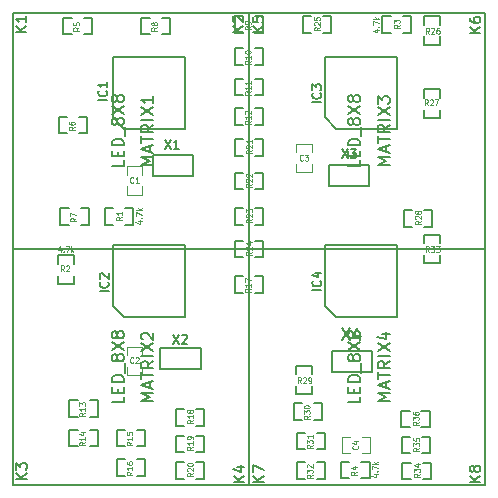
<source format=gto>
G04 (created by PCBNEW (2013-jul-07)-stable) date Tue 07 Apr 2015 07:11:59 PM PDT*
%MOIN*%
G04 Gerber Fmt 3.4, Leading zero omitted, Abs format*
%FSLAX34Y34*%
G01*
G70*
G90*
G04 APERTURE LIST*
%ADD10C,0.00590551*%
%ADD11C,0.008*%
%ADD12C,0.0047*%
%ADD13C,0.006*%
%ADD14C,0.005*%
%ADD15C,0.0045*%
G04 APERTURE END LIST*
G54D10*
G54D11*
X35266Y-35318D02*
X34916Y-35318D01*
X35266Y-35118D02*
X35066Y-35268D01*
X34916Y-35118D02*
X35116Y-35318D01*
X35066Y-34918D02*
X35050Y-34951D01*
X35033Y-34968D01*
X35000Y-34985D01*
X34983Y-34985D01*
X34950Y-34968D01*
X34933Y-34951D01*
X34916Y-34918D01*
X34916Y-34851D01*
X34933Y-34818D01*
X34950Y-34801D01*
X34983Y-34785D01*
X35000Y-34785D01*
X35033Y-34801D01*
X35050Y-34818D01*
X35066Y-34851D01*
X35066Y-34918D01*
X35083Y-34951D01*
X35100Y-34968D01*
X35133Y-34985D01*
X35200Y-34985D01*
X35233Y-34968D01*
X35250Y-34951D01*
X35266Y-34918D01*
X35266Y-34851D01*
X35250Y-34818D01*
X35233Y-34801D01*
X35200Y-34785D01*
X35133Y-34785D01*
X35100Y-34801D01*
X35083Y-34818D01*
X35066Y-34851D01*
X28046Y-35308D02*
X27696Y-35308D01*
X28046Y-35108D02*
X27846Y-35258D01*
X27696Y-35108D02*
X27896Y-35308D01*
X27696Y-34991D02*
X27696Y-34758D01*
X28046Y-34908D01*
X35276Y-20353D02*
X34926Y-20353D01*
X35276Y-20153D02*
X35076Y-20303D01*
X34926Y-20153D02*
X35126Y-20353D01*
X34926Y-19853D02*
X34926Y-19920D01*
X34943Y-19953D01*
X34960Y-19970D01*
X35010Y-20003D01*
X35076Y-20020D01*
X35210Y-20020D01*
X35243Y-20003D01*
X35260Y-19986D01*
X35276Y-19953D01*
X35276Y-19886D01*
X35260Y-19853D01*
X35243Y-19836D01*
X35210Y-19820D01*
X35126Y-19820D01*
X35093Y-19836D01*
X35076Y-19853D01*
X35060Y-19886D01*
X35060Y-19953D01*
X35076Y-19986D01*
X35093Y-20003D01*
X35126Y-20020D01*
X28041Y-20333D02*
X27691Y-20333D01*
X28041Y-20133D02*
X27841Y-20283D01*
X27691Y-20133D02*
X27891Y-20333D01*
X27691Y-19816D02*
X27691Y-19983D01*
X27858Y-20000D01*
X27841Y-19983D01*
X27825Y-19950D01*
X27825Y-19866D01*
X27841Y-19833D01*
X27858Y-19816D01*
X27891Y-19800D01*
X27975Y-19800D01*
X28008Y-19816D01*
X28025Y-19833D01*
X28041Y-19866D01*
X28041Y-19950D01*
X28025Y-19983D01*
X28008Y-20000D01*
X27406Y-35308D02*
X27056Y-35308D01*
X27406Y-35108D02*
X27206Y-35258D01*
X27056Y-35108D02*
X27256Y-35308D01*
X27173Y-34808D02*
X27406Y-34808D01*
X27040Y-34891D02*
X27290Y-34975D01*
X27290Y-34758D01*
X20146Y-35238D02*
X19796Y-35238D01*
X20146Y-35038D02*
X19946Y-35188D01*
X19796Y-35038D02*
X19996Y-35238D01*
X19796Y-34921D02*
X19796Y-34705D01*
X19930Y-34821D01*
X19930Y-34771D01*
X19946Y-34738D01*
X19963Y-34721D01*
X19996Y-34705D01*
X20080Y-34705D01*
X20113Y-34721D01*
X20130Y-34738D01*
X20146Y-34771D01*
X20146Y-34871D01*
X20130Y-34905D01*
X20113Y-34921D01*
X27371Y-20318D02*
X27021Y-20318D01*
X27371Y-20118D02*
X27171Y-20268D01*
X27021Y-20118D02*
X27221Y-20318D01*
X27055Y-19985D02*
X27038Y-19968D01*
X27021Y-19935D01*
X27021Y-19851D01*
X27038Y-19818D01*
X27055Y-19801D01*
X27088Y-19785D01*
X27121Y-19785D01*
X27171Y-19801D01*
X27371Y-20001D01*
X27371Y-19785D01*
X20141Y-20328D02*
X19791Y-20328D01*
X20141Y-20128D02*
X19941Y-20278D01*
X19791Y-20128D02*
X19991Y-20328D01*
X20141Y-19795D02*
X20141Y-19995D01*
X20141Y-19895D02*
X19791Y-19895D01*
X19841Y-19928D01*
X19875Y-19961D01*
X19891Y-19995D01*
G54D12*
X23484Y-25472D02*
X23484Y-25747D01*
X23484Y-25078D02*
X23484Y-24803D01*
X23996Y-25472D02*
X23996Y-25747D01*
X23996Y-24803D02*
X23996Y-25078D01*
X23990Y-25747D02*
X23490Y-25747D01*
X23490Y-24803D02*
X23990Y-24803D01*
G54D11*
X24370Y-24409D02*
X25708Y-24409D01*
X25708Y-24409D02*
X25708Y-25117D01*
X25708Y-25117D02*
X24370Y-25117D01*
X24370Y-25117D02*
X24370Y-24409D01*
X24606Y-30866D02*
X25944Y-30866D01*
X25944Y-30866D02*
X25944Y-31574D01*
X25944Y-31574D02*
X24606Y-31574D01*
X24606Y-31574D02*
X24606Y-30866D01*
X30236Y-24764D02*
X31574Y-24764D01*
X31574Y-24764D02*
X31574Y-25472D01*
X31574Y-25472D02*
X30236Y-25472D01*
X30236Y-25472D02*
X30236Y-24764D01*
X30315Y-30945D02*
X31653Y-30945D01*
X31653Y-30945D02*
X31653Y-31653D01*
X31653Y-31653D02*
X30315Y-31653D01*
X30315Y-31653D02*
X30315Y-30945D01*
G54D12*
X23484Y-31496D02*
X23484Y-31771D01*
X23484Y-31102D02*
X23484Y-30827D01*
X23996Y-31496D02*
X23996Y-31771D01*
X23996Y-30827D02*
X23996Y-31102D01*
X23990Y-31771D02*
X23490Y-31771D01*
X23490Y-30827D02*
X23990Y-30827D01*
G54D13*
X23012Y-23167D02*
X23012Y-21517D01*
X23012Y-21517D02*
X23012Y-21142D01*
X23012Y-21142D02*
X25412Y-21142D01*
X25412Y-21142D02*
X25412Y-23542D01*
X25412Y-23542D02*
X23387Y-23542D01*
X23387Y-23542D02*
X23012Y-23167D01*
X23012Y-29466D02*
X23012Y-27816D01*
X23012Y-27816D02*
X23012Y-27441D01*
X23012Y-27441D02*
X25412Y-27441D01*
X25412Y-27441D02*
X25412Y-29841D01*
X25412Y-29841D02*
X23387Y-29841D01*
X23387Y-29841D02*
X23012Y-29466D01*
X30099Y-23167D02*
X30099Y-21517D01*
X30099Y-21517D02*
X30099Y-21142D01*
X30099Y-21142D02*
X32499Y-21142D01*
X32499Y-21142D02*
X32499Y-23542D01*
X32499Y-23542D02*
X30474Y-23542D01*
X30474Y-23542D02*
X30099Y-23167D01*
X30099Y-29466D02*
X30099Y-27816D01*
X30099Y-27816D02*
X30099Y-27441D01*
X30099Y-27441D02*
X32499Y-27441D01*
X32499Y-27441D02*
X32499Y-29841D01*
X32499Y-29841D02*
X30474Y-29841D01*
X30474Y-29841D02*
X30099Y-29466D01*
G54D12*
X29133Y-24724D02*
X29133Y-24999D01*
X29133Y-24330D02*
X29133Y-24055D01*
X29645Y-24724D02*
X29645Y-24999D01*
X29645Y-24055D02*
X29645Y-24330D01*
X29639Y-24999D02*
X29139Y-24999D01*
X29139Y-24055D02*
X29639Y-24055D01*
X31319Y-34350D02*
X31594Y-34350D01*
X30925Y-34350D02*
X30650Y-34350D01*
X31319Y-33838D02*
X31594Y-33838D01*
X30650Y-33838D02*
X30925Y-33838D01*
X31594Y-33844D02*
X31594Y-34344D01*
X30650Y-34344D02*
X30650Y-33844D01*
G54D14*
X32913Y-32953D02*
X32635Y-32953D01*
X32635Y-32953D02*
X32635Y-33503D01*
X32635Y-33503D02*
X32913Y-33503D01*
X33585Y-32953D02*
X33307Y-32953D01*
X33585Y-32953D02*
X33585Y-33503D01*
X33585Y-33503D02*
X33307Y-33503D01*
X32932Y-33819D02*
X32654Y-33819D01*
X32654Y-33819D02*
X32654Y-34369D01*
X32654Y-34369D02*
X32932Y-34369D01*
X33604Y-33819D02*
X33326Y-33819D01*
X33604Y-33819D02*
X33604Y-34369D01*
X33604Y-34369D02*
X33326Y-34369D01*
X32952Y-34685D02*
X32674Y-34685D01*
X32674Y-34685D02*
X32674Y-35235D01*
X32674Y-35235D02*
X32952Y-35235D01*
X33624Y-34685D02*
X33346Y-34685D01*
X33624Y-34685D02*
X33624Y-35235D01*
X33624Y-35235D02*
X33346Y-35235D01*
X33936Y-27362D02*
X33936Y-27084D01*
X33936Y-27084D02*
X33386Y-27084D01*
X33386Y-27084D02*
X33386Y-27362D01*
X33936Y-28034D02*
X33936Y-27756D01*
X33936Y-28034D02*
X33386Y-28034D01*
X33386Y-28034D02*
X33386Y-27756D01*
X29822Y-35215D02*
X30100Y-35215D01*
X30100Y-35215D02*
X30100Y-34665D01*
X30100Y-34665D02*
X29822Y-34665D01*
X29150Y-35215D02*
X29428Y-35215D01*
X29150Y-35215D02*
X29150Y-34665D01*
X29150Y-34665D02*
X29428Y-34665D01*
X29822Y-34231D02*
X30100Y-34231D01*
X30100Y-34231D02*
X30100Y-33681D01*
X30100Y-33681D02*
X29822Y-33681D01*
X29150Y-34231D02*
X29428Y-34231D01*
X29150Y-34231D02*
X29150Y-33681D01*
X29150Y-33681D02*
X29428Y-33681D01*
X29724Y-33247D02*
X30002Y-33247D01*
X30002Y-33247D02*
X30002Y-32697D01*
X30002Y-32697D02*
X29724Y-32697D01*
X29052Y-33247D02*
X29330Y-33247D01*
X29052Y-33247D02*
X29052Y-32697D01*
X29052Y-32697D02*
X29330Y-32697D01*
X29664Y-31732D02*
X29664Y-31454D01*
X29664Y-31454D02*
X29114Y-31454D01*
X29114Y-31454D02*
X29114Y-31732D01*
X29664Y-32404D02*
X29664Y-32126D01*
X29664Y-32404D02*
X29114Y-32404D01*
X29114Y-32404D02*
X29114Y-32126D01*
X32991Y-26260D02*
X32713Y-26260D01*
X32713Y-26260D02*
X32713Y-26810D01*
X32713Y-26810D02*
X32991Y-26810D01*
X33663Y-26260D02*
X33385Y-26260D01*
X33663Y-26260D02*
X33663Y-26810D01*
X33663Y-26810D02*
X33385Y-26810D01*
X33386Y-22913D02*
X33386Y-23191D01*
X33386Y-23191D02*
X33936Y-23191D01*
X33936Y-23191D02*
X33936Y-22913D01*
X33386Y-22241D02*
X33386Y-22519D01*
X33386Y-22241D02*
X33936Y-22241D01*
X33936Y-22241D02*
X33936Y-22519D01*
X33936Y-20078D02*
X33936Y-19800D01*
X33936Y-19800D02*
X33386Y-19800D01*
X33386Y-19800D02*
X33386Y-20078D01*
X33936Y-20750D02*
X33936Y-20472D01*
X33936Y-20750D02*
X33386Y-20750D01*
X33386Y-20750D02*
X33386Y-20472D01*
X29625Y-19803D02*
X29347Y-19803D01*
X29347Y-19803D02*
X29347Y-20353D01*
X29347Y-20353D02*
X29625Y-20353D01*
X30297Y-19803D02*
X30019Y-19803D01*
X30297Y-19803D02*
X30297Y-20353D01*
X30297Y-20353D02*
X30019Y-20353D01*
X27362Y-27284D02*
X27084Y-27284D01*
X27084Y-27284D02*
X27084Y-27834D01*
X27084Y-27834D02*
X27362Y-27834D01*
X28034Y-27284D02*
X27756Y-27284D01*
X28034Y-27284D02*
X28034Y-27834D01*
X28034Y-27834D02*
X27756Y-27834D01*
X27362Y-26201D02*
X27084Y-26201D01*
X27084Y-26201D02*
X27084Y-26751D01*
X27084Y-26751D02*
X27362Y-26751D01*
X28034Y-26201D02*
X27756Y-26201D01*
X28034Y-26201D02*
X28034Y-26751D01*
X28034Y-26751D02*
X27756Y-26751D01*
X27362Y-25020D02*
X27084Y-25020D01*
X27084Y-25020D02*
X27084Y-25570D01*
X27084Y-25570D02*
X27362Y-25570D01*
X28034Y-25020D02*
X27756Y-25020D01*
X28034Y-25020D02*
X28034Y-25570D01*
X28034Y-25570D02*
X27756Y-25570D01*
X27362Y-23898D02*
X27084Y-23898D01*
X27084Y-23898D02*
X27084Y-24448D01*
X27084Y-24448D02*
X27362Y-24448D01*
X28034Y-23898D02*
X27756Y-23898D01*
X28034Y-23898D02*
X28034Y-24448D01*
X28034Y-24448D02*
X27756Y-24448D01*
X25393Y-34665D02*
X25115Y-34665D01*
X25115Y-34665D02*
X25115Y-35215D01*
X25115Y-35215D02*
X25393Y-35215D01*
X26065Y-34665D02*
X25787Y-34665D01*
X26065Y-34665D02*
X26065Y-35215D01*
X26065Y-35215D02*
X25787Y-35215D01*
X25393Y-33780D02*
X25115Y-33780D01*
X25115Y-33780D02*
X25115Y-34330D01*
X25115Y-34330D02*
X25393Y-34330D01*
X26065Y-33780D02*
X25787Y-33780D01*
X26065Y-33780D02*
X26065Y-34330D01*
X26065Y-34330D02*
X25787Y-34330D01*
X25393Y-32894D02*
X25115Y-32894D01*
X25115Y-32894D02*
X25115Y-33444D01*
X25115Y-33444D02*
X25393Y-33444D01*
X26065Y-32894D02*
X25787Y-32894D01*
X26065Y-32894D02*
X26065Y-33444D01*
X26065Y-33444D02*
X25787Y-33444D01*
X27756Y-29015D02*
X28034Y-29015D01*
X28034Y-29015D02*
X28034Y-28465D01*
X28034Y-28465D02*
X27756Y-28465D01*
X27084Y-29015D02*
X27362Y-29015D01*
X27084Y-29015D02*
X27084Y-28465D01*
X27084Y-28465D02*
X27362Y-28465D01*
X23819Y-35117D02*
X24097Y-35117D01*
X24097Y-35117D02*
X24097Y-34567D01*
X24097Y-34567D02*
X23819Y-34567D01*
X23147Y-35117D02*
X23425Y-35117D01*
X23147Y-35117D02*
X23147Y-34567D01*
X23147Y-34567D02*
X23425Y-34567D01*
X23819Y-34133D02*
X24097Y-34133D01*
X24097Y-34133D02*
X24097Y-33583D01*
X24097Y-33583D02*
X23819Y-33583D01*
X23147Y-34133D02*
X23425Y-34133D01*
X23147Y-34133D02*
X23147Y-33583D01*
X23147Y-33583D02*
X23425Y-33583D01*
X22244Y-34133D02*
X22522Y-34133D01*
X22522Y-34133D02*
X22522Y-33583D01*
X22522Y-33583D02*
X22244Y-33583D01*
X21572Y-34133D02*
X21850Y-34133D01*
X21572Y-34133D02*
X21572Y-33583D01*
X21572Y-33583D02*
X21850Y-33583D01*
X22244Y-33149D02*
X22522Y-33149D01*
X22522Y-33149D02*
X22522Y-32599D01*
X22522Y-32599D02*
X22244Y-32599D01*
X21572Y-33149D02*
X21850Y-33149D01*
X21572Y-33149D02*
X21572Y-32599D01*
X21572Y-32599D02*
X21850Y-32599D01*
X27756Y-23424D02*
X28034Y-23424D01*
X28034Y-23424D02*
X28034Y-22874D01*
X28034Y-22874D02*
X27756Y-22874D01*
X27084Y-23424D02*
X27362Y-23424D01*
X27084Y-23424D02*
X27084Y-22874D01*
X27084Y-22874D02*
X27362Y-22874D01*
X27756Y-22440D02*
X28034Y-22440D01*
X28034Y-22440D02*
X28034Y-21890D01*
X28034Y-21890D02*
X27756Y-21890D01*
X27084Y-22440D02*
X27362Y-22440D01*
X27084Y-22440D02*
X27084Y-21890D01*
X27084Y-21890D02*
X27362Y-21890D01*
X27756Y-21416D02*
X28034Y-21416D01*
X28034Y-21416D02*
X28034Y-20866D01*
X28034Y-20866D02*
X27756Y-20866D01*
X27084Y-21416D02*
X27362Y-21416D01*
X27084Y-21416D02*
X27084Y-20866D01*
X27084Y-20866D02*
X27362Y-20866D01*
X27756Y-20353D02*
X28034Y-20353D01*
X28034Y-20353D02*
X28034Y-19803D01*
X28034Y-19803D02*
X27756Y-19803D01*
X27084Y-20353D02*
X27362Y-20353D01*
X27084Y-20353D02*
X27084Y-19803D01*
X27084Y-19803D02*
X27362Y-19803D01*
X24645Y-20393D02*
X24923Y-20393D01*
X24923Y-20393D02*
X24923Y-19843D01*
X24923Y-19843D02*
X24645Y-19843D01*
X23973Y-20393D02*
X24251Y-20393D01*
X23973Y-20393D02*
X23973Y-19843D01*
X23973Y-19843D02*
X24251Y-19843D01*
X21948Y-26751D02*
X22226Y-26751D01*
X22226Y-26751D02*
X22226Y-26201D01*
X22226Y-26201D02*
X21948Y-26201D01*
X21276Y-26751D02*
X21554Y-26751D01*
X21276Y-26751D02*
X21276Y-26201D01*
X21276Y-26201D02*
X21554Y-26201D01*
X21889Y-23700D02*
X22167Y-23700D01*
X22167Y-23700D02*
X22167Y-23150D01*
X22167Y-23150D02*
X21889Y-23150D01*
X21217Y-23700D02*
X21495Y-23700D01*
X21217Y-23700D02*
X21217Y-23150D01*
X21217Y-23150D02*
X21495Y-23150D01*
X22047Y-20393D02*
X22325Y-20393D01*
X22325Y-20393D02*
X22325Y-19843D01*
X22325Y-19843D02*
X22047Y-19843D01*
X21375Y-20393D02*
X21653Y-20393D01*
X21375Y-20393D02*
X21375Y-19843D01*
X21375Y-19843D02*
X21653Y-19843D01*
X31299Y-35196D02*
X31577Y-35196D01*
X31577Y-35196D02*
X31577Y-34646D01*
X31577Y-34646D02*
X31299Y-34646D01*
X30627Y-35196D02*
X30905Y-35196D01*
X30627Y-35196D02*
X30627Y-34646D01*
X30627Y-34646D02*
X30905Y-34646D01*
X32283Y-19803D02*
X32005Y-19803D01*
X32005Y-19803D02*
X32005Y-20353D01*
X32005Y-20353D02*
X32283Y-20353D01*
X32955Y-19803D02*
X32677Y-19803D01*
X32955Y-19803D02*
X32955Y-20353D01*
X32955Y-20353D02*
X32677Y-20353D01*
X21181Y-28445D02*
X21181Y-28723D01*
X21181Y-28723D02*
X21731Y-28723D01*
X21731Y-28723D02*
X21731Y-28445D01*
X21181Y-27773D02*
X21181Y-28051D01*
X21181Y-27773D02*
X21731Y-27773D01*
X21731Y-27773D02*
X21731Y-28051D01*
X23031Y-26201D02*
X22753Y-26201D01*
X22753Y-26201D02*
X22753Y-26751D01*
X22753Y-26751D02*
X23031Y-26751D01*
X23703Y-26201D02*
X23425Y-26201D01*
X23703Y-26201D02*
X23703Y-26751D01*
X23703Y-26751D02*
X23425Y-26751D01*
G54D10*
X31496Y-27559D02*
X35433Y-27559D01*
X35433Y-27559D02*
X35433Y-35433D01*
X35433Y-35433D02*
X27559Y-35433D01*
X27559Y-35433D02*
X27559Y-27559D01*
X27559Y-27559D02*
X31692Y-27559D01*
X31496Y-19685D02*
X35433Y-19685D01*
X35433Y-19685D02*
X35433Y-27559D01*
X35433Y-27559D02*
X27559Y-27559D01*
X27559Y-27559D02*
X27559Y-19685D01*
X27559Y-19685D02*
X31692Y-19685D01*
X23622Y-27559D02*
X27559Y-27559D01*
X27559Y-27559D02*
X27559Y-35433D01*
X27559Y-35433D02*
X19685Y-35433D01*
X19685Y-35433D02*
X19685Y-27559D01*
X19685Y-27559D02*
X23818Y-27559D01*
X23622Y-19685D02*
X27559Y-19685D01*
X27559Y-19685D02*
X27559Y-27559D01*
X27559Y-27559D02*
X19685Y-27559D01*
X19685Y-27559D02*
X19685Y-19685D01*
X19685Y-19685D02*
X23818Y-19685D01*
G54D15*
X23710Y-25337D02*
X23701Y-25347D01*
X23675Y-25356D01*
X23658Y-25356D01*
X23633Y-25347D01*
X23615Y-25327D01*
X23607Y-25308D01*
X23598Y-25270D01*
X23598Y-25242D01*
X23607Y-25204D01*
X23615Y-25185D01*
X23633Y-25166D01*
X23658Y-25156D01*
X23675Y-25156D01*
X23701Y-25166D01*
X23710Y-25175D01*
X23881Y-25356D02*
X23778Y-25356D01*
X23830Y-25356D02*
X23830Y-25156D01*
X23813Y-25185D01*
X23795Y-25204D01*
X23778Y-25213D01*
G54D13*
X24757Y-23915D02*
X24957Y-24215D01*
X24957Y-23915D02*
X24757Y-24215D01*
X25228Y-24215D02*
X25057Y-24215D01*
X25142Y-24215D02*
X25142Y-23915D01*
X25114Y-23958D01*
X25085Y-23987D01*
X25057Y-24001D01*
X25032Y-30411D02*
X25232Y-30711D01*
X25232Y-30411D02*
X25032Y-30711D01*
X25332Y-30440D02*
X25347Y-30426D01*
X25375Y-30411D01*
X25447Y-30411D01*
X25475Y-30426D01*
X25489Y-30440D01*
X25504Y-30469D01*
X25504Y-30497D01*
X25489Y-30540D01*
X25318Y-30711D01*
X25504Y-30711D01*
X30662Y-24230D02*
X30862Y-24530D01*
X30862Y-24230D02*
X30662Y-24530D01*
X30948Y-24230D02*
X31134Y-24230D01*
X31034Y-24345D01*
X31076Y-24345D01*
X31105Y-24359D01*
X31119Y-24373D01*
X31134Y-24402D01*
X31134Y-24473D01*
X31119Y-24502D01*
X31105Y-24516D01*
X31076Y-24530D01*
X30991Y-24530D01*
X30962Y-24516D01*
X30948Y-24502D01*
G54D11*
X30660Y-30195D02*
X30927Y-30595D01*
X30927Y-30195D02*
X30660Y-30595D01*
X31250Y-30328D02*
X31250Y-30595D01*
X31155Y-30176D02*
X31060Y-30461D01*
X31308Y-30461D01*
G54D15*
X23710Y-31341D02*
X23701Y-31350D01*
X23675Y-31360D01*
X23658Y-31360D01*
X23633Y-31350D01*
X23615Y-31331D01*
X23607Y-31312D01*
X23598Y-31274D01*
X23598Y-31246D01*
X23607Y-31208D01*
X23615Y-31189D01*
X23633Y-31170D01*
X23658Y-31160D01*
X23675Y-31160D01*
X23701Y-31170D01*
X23710Y-31179D01*
X23778Y-31179D02*
X23787Y-31170D01*
X23804Y-31160D01*
X23847Y-31160D01*
X23864Y-31170D01*
X23873Y-31179D01*
X23881Y-31198D01*
X23881Y-31217D01*
X23873Y-31246D01*
X23770Y-31360D01*
X23881Y-31360D01*
G54D13*
X22837Y-22596D02*
X22537Y-22596D01*
X22809Y-22281D02*
X22823Y-22296D01*
X22837Y-22338D01*
X22837Y-22367D01*
X22823Y-22410D01*
X22795Y-22438D01*
X22766Y-22453D01*
X22709Y-22467D01*
X22666Y-22467D01*
X22609Y-22453D01*
X22580Y-22438D01*
X22552Y-22410D01*
X22537Y-22367D01*
X22537Y-22338D01*
X22552Y-22296D01*
X22566Y-22281D01*
X22837Y-21996D02*
X22837Y-22167D01*
X22837Y-22081D02*
X22537Y-22081D01*
X22580Y-22110D01*
X22609Y-22138D01*
X22623Y-22167D01*
X22877Y-28973D02*
X22577Y-28973D01*
X22848Y-28659D02*
X22863Y-28673D01*
X22877Y-28716D01*
X22877Y-28745D01*
X22863Y-28788D01*
X22834Y-28816D01*
X22805Y-28831D01*
X22748Y-28845D01*
X22705Y-28845D01*
X22648Y-28831D01*
X22620Y-28816D01*
X22591Y-28788D01*
X22577Y-28745D01*
X22577Y-28716D01*
X22591Y-28673D01*
X22605Y-28659D01*
X22605Y-28545D02*
X22591Y-28531D01*
X22577Y-28502D01*
X22577Y-28431D01*
X22591Y-28402D01*
X22605Y-28388D01*
X22634Y-28373D01*
X22663Y-28373D01*
X22705Y-28388D01*
X22877Y-28559D01*
X22877Y-28373D01*
X29963Y-22674D02*
X29663Y-22674D01*
X29935Y-22360D02*
X29949Y-22374D01*
X29963Y-22417D01*
X29963Y-22446D01*
X29949Y-22489D01*
X29921Y-22517D01*
X29892Y-22531D01*
X29835Y-22546D01*
X29792Y-22546D01*
X29735Y-22531D01*
X29706Y-22517D01*
X29678Y-22489D01*
X29663Y-22446D01*
X29663Y-22417D01*
X29678Y-22374D01*
X29692Y-22360D01*
X29663Y-22260D02*
X29663Y-22074D01*
X29778Y-22174D01*
X29778Y-22131D01*
X29792Y-22103D01*
X29806Y-22089D01*
X29835Y-22074D01*
X29906Y-22074D01*
X29935Y-22089D01*
X29949Y-22103D01*
X29963Y-22131D01*
X29963Y-22217D01*
X29949Y-22246D01*
X29935Y-22260D01*
X29963Y-28934D02*
X29663Y-28934D01*
X29935Y-28620D02*
X29949Y-28634D01*
X29963Y-28677D01*
X29963Y-28706D01*
X29949Y-28748D01*
X29921Y-28777D01*
X29892Y-28791D01*
X29835Y-28806D01*
X29792Y-28806D01*
X29735Y-28791D01*
X29706Y-28777D01*
X29678Y-28748D01*
X29663Y-28706D01*
X29663Y-28677D01*
X29678Y-28634D01*
X29692Y-28620D01*
X29763Y-28363D02*
X29963Y-28363D01*
X29649Y-28434D02*
X29863Y-28506D01*
X29863Y-28320D01*
G54D15*
X29359Y-24589D02*
X29351Y-24598D01*
X29325Y-24608D01*
X29308Y-24608D01*
X29282Y-24598D01*
X29265Y-24579D01*
X29256Y-24560D01*
X29248Y-24522D01*
X29248Y-24494D01*
X29256Y-24456D01*
X29265Y-24437D01*
X29282Y-24418D01*
X29308Y-24408D01*
X29325Y-24408D01*
X29351Y-24418D01*
X29359Y-24427D01*
X29419Y-24408D02*
X29531Y-24408D01*
X29471Y-24484D01*
X29496Y-24484D01*
X29514Y-24494D01*
X29522Y-24503D01*
X29531Y-24522D01*
X29531Y-24570D01*
X29522Y-24589D01*
X29514Y-24598D01*
X29496Y-24608D01*
X29445Y-24608D01*
X29428Y-24598D01*
X29419Y-24589D01*
X31183Y-34124D02*
X31193Y-34133D01*
X31202Y-34158D01*
X31202Y-34175D01*
X31193Y-34201D01*
X31174Y-34218D01*
X31155Y-34227D01*
X31117Y-34235D01*
X31088Y-34235D01*
X31050Y-34227D01*
X31031Y-34218D01*
X31012Y-34201D01*
X31002Y-34175D01*
X31002Y-34158D01*
X31012Y-34133D01*
X31022Y-34124D01*
X31069Y-33970D02*
X31202Y-33970D01*
X30993Y-34013D02*
X31136Y-34055D01*
X31136Y-33944D01*
X33214Y-33319D02*
X33121Y-33379D01*
X33214Y-33421D02*
X33017Y-33421D01*
X33017Y-33353D01*
X33027Y-33336D01*
X33036Y-33327D01*
X33055Y-33319D01*
X33083Y-33319D01*
X33102Y-33327D01*
X33111Y-33336D01*
X33121Y-33353D01*
X33121Y-33421D01*
X33017Y-33259D02*
X33017Y-33147D01*
X33093Y-33207D01*
X33093Y-33181D01*
X33102Y-33164D01*
X33111Y-33156D01*
X33130Y-33147D01*
X33177Y-33147D01*
X33196Y-33156D01*
X33205Y-33164D01*
X33214Y-33181D01*
X33214Y-33233D01*
X33205Y-33250D01*
X33196Y-33259D01*
X33017Y-32993D02*
X33017Y-33027D01*
X33027Y-33044D01*
X33036Y-33053D01*
X33064Y-33070D01*
X33102Y-33079D01*
X33177Y-33079D01*
X33196Y-33070D01*
X33205Y-33061D01*
X33214Y-33044D01*
X33214Y-33010D01*
X33205Y-32993D01*
X33196Y-32984D01*
X33177Y-32976D01*
X33130Y-32976D01*
X33111Y-32984D01*
X33102Y-32993D01*
X33093Y-33010D01*
X33093Y-33044D01*
X33102Y-33061D01*
X33111Y-33070D01*
X33130Y-33079D01*
X33234Y-34185D02*
X33140Y-34245D01*
X33234Y-34288D02*
X33037Y-34288D01*
X33037Y-34219D01*
X33047Y-34202D01*
X33056Y-34193D01*
X33075Y-34185D01*
X33103Y-34185D01*
X33122Y-34193D01*
X33131Y-34202D01*
X33140Y-34219D01*
X33140Y-34288D01*
X33037Y-34125D02*
X33037Y-34013D01*
X33112Y-34073D01*
X33112Y-34048D01*
X33122Y-34030D01*
X33131Y-34022D01*
X33150Y-34013D01*
X33197Y-34013D01*
X33215Y-34022D01*
X33225Y-34030D01*
X33234Y-34048D01*
X33234Y-34099D01*
X33225Y-34116D01*
X33215Y-34125D01*
X33037Y-33850D02*
X33037Y-33936D01*
X33131Y-33945D01*
X33122Y-33936D01*
X33112Y-33919D01*
X33112Y-33876D01*
X33122Y-33859D01*
X33131Y-33850D01*
X33150Y-33842D01*
X33197Y-33842D01*
X33215Y-33850D01*
X33225Y-33859D01*
X33234Y-33876D01*
X33234Y-33919D01*
X33225Y-33936D01*
X33215Y-33945D01*
X33254Y-35051D02*
X33160Y-35111D01*
X33254Y-35154D02*
X33057Y-35154D01*
X33057Y-35085D01*
X33066Y-35068D01*
X33076Y-35059D01*
X33094Y-35051D01*
X33123Y-35051D01*
X33141Y-35059D01*
X33151Y-35068D01*
X33160Y-35085D01*
X33160Y-35154D01*
X33057Y-34991D02*
X33057Y-34879D01*
X33132Y-34939D01*
X33132Y-34914D01*
X33141Y-34897D01*
X33151Y-34888D01*
X33169Y-34879D01*
X33216Y-34879D01*
X33235Y-34888D01*
X33244Y-34897D01*
X33254Y-34914D01*
X33254Y-34965D01*
X33244Y-34982D01*
X33235Y-34991D01*
X33123Y-34725D02*
X33254Y-34725D01*
X33047Y-34768D02*
X33188Y-34811D01*
X33188Y-34699D01*
X33570Y-27663D02*
X33510Y-27569D01*
X33467Y-27663D02*
X33467Y-27466D01*
X33536Y-27466D01*
X33553Y-27476D01*
X33562Y-27485D01*
X33570Y-27504D01*
X33570Y-27532D01*
X33562Y-27551D01*
X33553Y-27560D01*
X33536Y-27569D01*
X33467Y-27569D01*
X33630Y-27466D02*
X33742Y-27466D01*
X33682Y-27541D01*
X33707Y-27541D01*
X33724Y-27551D01*
X33733Y-27560D01*
X33742Y-27579D01*
X33742Y-27626D01*
X33733Y-27645D01*
X33724Y-27654D01*
X33707Y-27663D01*
X33656Y-27663D01*
X33639Y-27654D01*
X33630Y-27645D01*
X33802Y-27466D02*
X33913Y-27466D01*
X33853Y-27541D01*
X33879Y-27541D01*
X33896Y-27551D01*
X33904Y-27560D01*
X33913Y-27579D01*
X33913Y-27626D01*
X33904Y-27645D01*
X33896Y-27654D01*
X33879Y-27663D01*
X33827Y-27663D01*
X33810Y-27654D01*
X33802Y-27645D01*
X29680Y-35081D02*
X29586Y-35141D01*
X29680Y-35184D02*
X29483Y-35184D01*
X29483Y-35115D01*
X29493Y-35098D01*
X29502Y-35090D01*
X29521Y-35081D01*
X29549Y-35081D01*
X29568Y-35090D01*
X29577Y-35098D01*
X29586Y-35115D01*
X29586Y-35184D01*
X29483Y-35021D02*
X29483Y-34910D01*
X29558Y-34970D01*
X29558Y-34944D01*
X29568Y-34927D01*
X29577Y-34918D01*
X29596Y-34910D01*
X29643Y-34910D01*
X29661Y-34918D01*
X29671Y-34927D01*
X29680Y-34944D01*
X29680Y-34995D01*
X29671Y-35013D01*
X29661Y-35021D01*
X29502Y-34841D02*
X29493Y-34833D01*
X29483Y-34815D01*
X29483Y-34773D01*
X29493Y-34755D01*
X29502Y-34747D01*
X29521Y-34738D01*
X29540Y-34738D01*
X29568Y-34747D01*
X29680Y-34850D01*
X29680Y-34738D01*
X29680Y-34097D02*
X29586Y-34157D01*
X29680Y-34200D02*
X29483Y-34200D01*
X29483Y-34131D01*
X29493Y-34114D01*
X29502Y-34105D01*
X29521Y-34097D01*
X29549Y-34097D01*
X29568Y-34105D01*
X29577Y-34114D01*
X29586Y-34131D01*
X29586Y-34200D01*
X29483Y-34037D02*
X29483Y-33925D01*
X29558Y-33985D01*
X29558Y-33960D01*
X29568Y-33943D01*
X29577Y-33934D01*
X29596Y-33925D01*
X29643Y-33925D01*
X29661Y-33934D01*
X29671Y-33943D01*
X29680Y-33960D01*
X29680Y-34011D01*
X29671Y-34028D01*
X29661Y-34037D01*
X29680Y-33754D02*
X29680Y-33857D01*
X29680Y-33805D02*
X29483Y-33805D01*
X29511Y-33823D01*
X29530Y-33840D01*
X29540Y-33857D01*
X29582Y-33113D02*
X29488Y-33173D01*
X29582Y-33216D02*
X29385Y-33216D01*
X29385Y-33147D01*
X29394Y-33130D01*
X29404Y-33121D01*
X29422Y-33113D01*
X29450Y-33113D01*
X29469Y-33121D01*
X29479Y-33130D01*
X29488Y-33147D01*
X29488Y-33216D01*
X29385Y-33053D02*
X29385Y-32941D01*
X29460Y-33001D01*
X29460Y-32976D01*
X29469Y-32958D01*
X29479Y-32950D01*
X29497Y-32941D01*
X29544Y-32941D01*
X29563Y-32950D01*
X29572Y-32958D01*
X29582Y-32976D01*
X29582Y-33027D01*
X29572Y-33044D01*
X29563Y-33053D01*
X29385Y-32830D02*
X29385Y-32813D01*
X29394Y-32796D01*
X29404Y-32787D01*
X29422Y-32778D01*
X29460Y-32770D01*
X29507Y-32770D01*
X29544Y-32778D01*
X29563Y-32787D01*
X29572Y-32796D01*
X29582Y-32813D01*
X29582Y-32830D01*
X29572Y-32847D01*
X29563Y-32856D01*
X29544Y-32864D01*
X29507Y-32873D01*
X29460Y-32873D01*
X29422Y-32864D01*
X29404Y-32856D01*
X29394Y-32847D01*
X29385Y-32830D01*
X29299Y-32033D02*
X29239Y-31940D01*
X29196Y-32033D02*
X29196Y-31836D01*
X29264Y-31836D01*
X29281Y-31846D01*
X29290Y-31855D01*
X29299Y-31874D01*
X29299Y-31902D01*
X29290Y-31921D01*
X29281Y-31930D01*
X29264Y-31940D01*
X29196Y-31940D01*
X29367Y-31855D02*
X29376Y-31846D01*
X29393Y-31836D01*
X29436Y-31836D01*
X29453Y-31846D01*
X29461Y-31855D01*
X29470Y-31874D01*
X29470Y-31893D01*
X29461Y-31921D01*
X29359Y-32033D01*
X29470Y-32033D01*
X29556Y-32033D02*
X29590Y-32033D01*
X29607Y-32024D01*
X29616Y-32015D01*
X29633Y-31986D01*
X29641Y-31949D01*
X29641Y-31874D01*
X29633Y-31855D01*
X29624Y-31846D01*
X29607Y-31836D01*
X29573Y-31836D01*
X29556Y-31846D01*
X29547Y-31855D01*
X29539Y-31874D01*
X29539Y-31921D01*
X29547Y-31940D01*
X29556Y-31949D01*
X29573Y-31958D01*
X29607Y-31958D01*
X29624Y-31949D01*
X29633Y-31940D01*
X29641Y-31921D01*
X33293Y-26626D02*
X33199Y-26686D01*
X33293Y-26729D02*
X33096Y-26729D01*
X33096Y-26660D01*
X33106Y-26643D01*
X33115Y-26634D01*
X33134Y-26626D01*
X33162Y-26626D01*
X33181Y-26634D01*
X33190Y-26643D01*
X33199Y-26660D01*
X33199Y-26729D01*
X33115Y-26557D02*
X33106Y-26549D01*
X33096Y-26531D01*
X33096Y-26489D01*
X33106Y-26471D01*
X33115Y-26463D01*
X33134Y-26454D01*
X33153Y-26454D01*
X33181Y-26463D01*
X33293Y-26566D01*
X33293Y-26454D01*
X33181Y-26351D02*
X33171Y-26369D01*
X33162Y-26377D01*
X33143Y-26386D01*
X33134Y-26386D01*
X33115Y-26377D01*
X33106Y-26369D01*
X33096Y-26351D01*
X33096Y-26317D01*
X33106Y-26300D01*
X33115Y-26291D01*
X33134Y-26283D01*
X33143Y-26283D01*
X33162Y-26291D01*
X33171Y-26300D01*
X33181Y-26317D01*
X33181Y-26351D01*
X33190Y-26369D01*
X33199Y-26377D01*
X33218Y-26386D01*
X33256Y-26386D01*
X33274Y-26377D01*
X33284Y-26369D01*
X33293Y-26351D01*
X33293Y-26317D01*
X33284Y-26300D01*
X33274Y-26291D01*
X33256Y-26283D01*
X33218Y-26283D01*
X33199Y-26291D01*
X33190Y-26300D01*
X33181Y-26317D01*
X33520Y-22771D02*
X33460Y-22677D01*
X33417Y-22771D02*
X33417Y-22574D01*
X33486Y-22574D01*
X33503Y-22583D01*
X33512Y-22593D01*
X33520Y-22611D01*
X33520Y-22639D01*
X33512Y-22658D01*
X33503Y-22668D01*
X33486Y-22677D01*
X33417Y-22677D01*
X33589Y-22593D02*
X33597Y-22583D01*
X33614Y-22574D01*
X33657Y-22574D01*
X33674Y-22583D01*
X33683Y-22593D01*
X33692Y-22611D01*
X33692Y-22630D01*
X33683Y-22658D01*
X33580Y-22771D01*
X33692Y-22771D01*
X33752Y-22574D02*
X33872Y-22574D01*
X33794Y-22771D01*
X33570Y-20380D02*
X33510Y-20286D01*
X33467Y-20380D02*
X33467Y-20183D01*
X33536Y-20183D01*
X33553Y-20192D01*
X33562Y-20202D01*
X33570Y-20220D01*
X33570Y-20248D01*
X33562Y-20267D01*
X33553Y-20277D01*
X33536Y-20286D01*
X33467Y-20286D01*
X33639Y-20202D02*
X33647Y-20192D01*
X33664Y-20183D01*
X33707Y-20183D01*
X33724Y-20192D01*
X33733Y-20202D01*
X33742Y-20220D01*
X33742Y-20239D01*
X33733Y-20267D01*
X33630Y-20380D01*
X33742Y-20380D01*
X33896Y-20183D02*
X33862Y-20183D01*
X33844Y-20192D01*
X33836Y-20202D01*
X33819Y-20230D01*
X33810Y-20267D01*
X33810Y-20342D01*
X33819Y-20361D01*
X33827Y-20370D01*
X33844Y-20380D01*
X33879Y-20380D01*
X33896Y-20370D01*
X33904Y-20361D01*
X33913Y-20342D01*
X33913Y-20295D01*
X33904Y-20277D01*
X33896Y-20267D01*
X33879Y-20258D01*
X33844Y-20258D01*
X33827Y-20267D01*
X33819Y-20277D01*
X33810Y-20295D01*
X29927Y-20169D02*
X29833Y-20229D01*
X29927Y-20272D02*
X29730Y-20272D01*
X29730Y-20203D01*
X29739Y-20186D01*
X29749Y-20178D01*
X29768Y-20169D01*
X29796Y-20169D01*
X29815Y-20178D01*
X29824Y-20186D01*
X29833Y-20203D01*
X29833Y-20272D01*
X29749Y-20100D02*
X29739Y-20092D01*
X29730Y-20075D01*
X29730Y-20032D01*
X29739Y-20015D01*
X29749Y-20006D01*
X29768Y-19998D01*
X29786Y-19998D01*
X29815Y-20006D01*
X29927Y-20109D01*
X29927Y-19998D01*
X29730Y-19835D02*
X29730Y-19920D01*
X29824Y-19929D01*
X29815Y-19920D01*
X29805Y-19903D01*
X29805Y-19860D01*
X29815Y-19843D01*
X29824Y-19835D01*
X29843Y-19826D01*
X29890Y-19826D01*
X29908Y-19835D01*
X29918Y-19843D01*
X29927Y-19860D01*
X29927Y-19903D01*
X29918Y-19920D01*
X29908Y-19929D01*
X27663Y-27649D02*
X27569Y-27709D01*
X27663Y-27752D02*
X27466Y-27752D01*
X27466Y-27684D01*
X27476Y-27666D01*
X27485Y-27658D01*
X27504Y-27649D01*
X27532Y-27649D01*
X27551Y-27658D01*
X27560Y-27666D01*
X27569Y-27684D01*
X27569Y-27752D01*
X27485Y-27581D02*
X27476Y-27572D01*
X27466Y-27555D01*
X27466Y-27512D01*
X27476Y-27495D01*
X27485Y-27486D01*
X27504Y-27478D01*
X27523Y-27478D01*
X27551Y-27486D01*
X27663Y-27589D01*
X27663Y-27478D01*
X27532Y-27324D02*
X27663Y-27324D01*
X27457Y-27366D02*
X27598Y-27409D01*
X27598Y-27298D01*
X27663Y-26567D02*
X27569Y-26627D01*
X27663Y-26669D02*
X27466Y-26669D01*
X27466Y-26601D01*
X27476Y-26584D01*
X27485Y-26575D01*
X27504Y-26567D01*
X27532Y-26567D01*
X27551Y-26575D01*
X27560Y-26584D01*
X27569Y-26601D01*
X27569Y-26669D01*
X27485Y-26498D02*
X27476Y-26489D01*
X27466Y-26472D01*
X27466Y-26429D01*
X27476Y-26412D01*
X27485Y-26404D01*
X27504Y-26395D01*
X27523Y-26395D01*
X27551Y-26404D01*
X27663Y-26507D01*
X27663Y-26395D01*
X27466Y-26335D02*
X27466Y-26224D01*
X27541Y-26284D01*
X27541Y-26258D01*
X27551Y-26241D01*
X27560Y-26232D01*
X27579Y-26224D01*
X27626Y-26224D01*
X27645Y-26232D01*
X27654Y-26241D01*
X27663Y-26258D01*
X27663Y-26309D01*
X27654Y-26327D01*
X27645Y-26335D01*
X27663Y-25385D02*
X27569Y-25445D01*
X27663Y-25488D02*
X27466Y-25488D01*
X27466Y-25420D01*
X27476Y-25403D01*
X27485Y-25394D01*
X27504Y-25385D01*
X27532Y-25385D01*
X27551Y-25394D01*
X27560Y-25403D01*
X27569Y-25420D01*
X27569Y-25488D01*
X27485Y-25317D02*
X27476Y-25308D01*
X27466Y-25291D01*
X27466Y-25248D01*
X27476Y-25231D01*
X27485Y-25223D01*
X27504Y-25214D01*
X27523Y-25214D01*
X27551Y-25223D01*
X27663Y-25325D01*
X27663Y-25214D01*
X27485Y-25145D02*
X27476Y-25137D01*
X27466Y-25120D01*
X27466Y-25077D01*
X27476Y-25060D01*
X27485Y-25051D01*
X27504Y-25043D01*
X27523Y-25043D01*
X27551Y-25051D01*
X27663Y-25154D01*
X27663Y-25043D01*
X27663Y-24263D02*
X27569Y-24323D01*
X27663Y-24366D02*
X27466Y-24366D01*
X27466Y-24298D01*
X27476Y-24281D01*
X27485Y-24272D01*
X27504Y-24263D01*
X27532Y-24263D01*
X27551Y-24272D01*
X27560Y-24281D01*
X27569Y-24298D01*
X27569Y-24366D01*
X27485Y-24195D02*
X27476Y-24186D01*
X27466Y-24169D01*
X27466Y-24126D01*
X27476Y-24109D01*
X27485Y-24101D01*
X27504Y-24092D01*
X27523Y-24092D01*
X27551Y-24101D01*
X27663Y-24203D01*
X27663Y-24092D01*
X27663Y-23921D02*
X27663Y-24023D01*
X27663Y-23972D02*
X27466Y-23972D01*
X27494Y-23989D01*
X27513Y-24006D01*
X27523Y-24023D01*
X25695Y-35031D02*
X25601Y-35091D01*
X25695Y-35134D02*
X25498Y-35134D01*
X25498Y-35065D01*
X25507Y-35048D01*
X25517Y-35040D01*
X25535Y-35031D01*
X25563Y-35031D01*
X25582Y-35040D01*
X25592Y-35048D01*
X25601Y-35065D01*
X25601Y-35134D01*
X25517Y-34963D02*
X25507Y-34954D01*
X25498Y-34937D01*
X25498Y-34894D01*
X25507Y-34877D01*
X25517Y-34868D01*
X25535Y-34860D01*
X25554Y-34860D01*
X25582Y-34868D01*
X25695Y-34971D01*
X25695Y-34860D01*
X25498Y-34748D02*
X25498Y-34731D01*
X25507Y-34714D01*
X25517Y-34705D01*
X25535Y-34697D01*
X25573Y-34688D01*
X25620Y-34688D01*
X25657Y-34697D01*
X25676Y-34705D01*
X25685Y-34714D01*
X25695Y-34731D01*
X25695Y-34748D01*
X25685Y-34765D01*
X25676Y-34774D01*
X25657Y-34783D01*
X25620Y-34791D01*
X25573Y-34791D01*
X25535Y-34783D01*
X25517Y-34774D01*
X25507Y-34765D01*
X25498Y-34748D01*
X25695Y-34145D02*
X25601Y-34205D01*
X25695Y-34248D02*
X25498Y-34248D01*
X25498Y-34180D01*
X25507Y-34162D01*
X25517Y-34154D01*
X25535Y-34145D01*
X25563Y-34145D01*
X25582Y-34154D01*
X25592Y-34162D01*
X25601Y-34180D01*
X25601Y-34248D01*
X25695Y-33974D02*
X25695Y-34077D01*
X25695Y-34025D02*
X25498Y-34025D01*
X25526Y-34042D01*
X25545Y-34060D01*
X25554Y-34077D01*
X25695Y-33888D02*
X25695Y-33854D01*
X25685Y-33837D01*
X25676Y-33828D01*
X25648Y-33811D01*
X25610Y-33802D01*
X25535Y-33802D01*
X25517Y-33811D01*
X25507Y-33820D01*
X25498Y-33837D01*
X25498Y-33871D01*
X25507Y-33888D01*
X25517Y-33897D01*
X25535Y-33905D01*
X25582Y-33905D01*
X25601Y-33897D01*
X25610Y-33888D01*
X25620Y-33871D01*
X25620Y-33837D01*
X25610Y-33820D01*
X25601Y-33811D01*
X25582Y-33802D01*
X25695Y-33260D02*
X25601Y-33320D01*
X25695Y-33362D02*
X25498Y-33362D01*
X25498Y-33294D01*
X25507Y-33277D01*
X25517Y-33268D01*
X25535Y-33260D01*
X25563Y-33260D01*
X25582Y-33268D01*
X25592Y-33277D01*
X25601Y-33294D01*
X25601Y-33362D01*
X25695Y-33088D02*
X25695Y-33191D01*
X25695Y-33140D02*
X25498Y-33140D01*
X25526Y-33157D01*
X25545Y-33174D01*
X25554Y-33191D01*
X25582Y-32985D02*
X25573Y-33002D01*
X25563Y-33011D01*
X25545Y-33020D01*
X25535Y-33020D01*
X25517Y-33011D01*
X25507Y-33002D01*
X25498Y-32985D01*
X25498Y-32951D01*
X25507Y-32934D01*
X25517Y-32925D01*
X25535Y-32917D01*
X25545Y-32917D01*
X25563Y-32925D01*
X25573Y-32934D01*
X25582Y-32951D01*
X25582Y-32985D01*
X25592Y-33002D01*
X25601Y-33011D01*
X25620Y-33020D01*
X25657Y-33020D01*
X25676Y-33011D01*
X25685Y-33002D01*
X25695Y-32985D01*
X25695Y-32951D01*
X25685Y-32934D01*
X25676Y-32925D01*
X25657Y-32917D01*
X25620Y-32917D01*
X25601Y-32925D01*
X25592Y-32934D01*
X25582Y-32951D01*
X27613Y-28880D02*
X27519Y-28940D01*
X27613Y-28983D02*
X27416Y-28983D01*
X27416Y-28915D01*
X27426Y-28898D01*
X27435Y-28889D01*
X27454Y-28880D01*
X27482Y-28880D01*
X27501Y-28889D01*
X27510Y-28898D01*
X27519Y-28915D01*
X27519Y-28983D01*
X27613Y-28709D02*
X27613Y-28812D01*
X27613Y-28760D02*
X27416Y-28760D01*
X27444Y-28778D01*
X27463Y-28795D01*
X27473Y-28812D01*
X27416Y-28649D02*
X27416Y-28529D01*
X27613Y-28606D01*
X23676Y-34983D02*
X23582Y-35043D01*
X23676Y-35086D02*
X23479Y-35086D01*
X23479Y-35017D01*
X23489Y-35000D01*
X23498Y-34991D01*
X23517Y-34983D01*
X23545Y-34983D01*
X23564Y-34991D01*
X23573Y-35000D01*
X23582Y-35017D01*
X23582Y-35086D01*
X23676Y-34811D02*
X23676Y-34914D01*
X23676Y-34863D02*
X23479Y-34863D01*
X23507Y-34880D01*
X23526Y-34897D01*
X23536Y-34914D01*
X23479Y-34657D02*
X23479Y-34691D01*
X23489Y-34708D01*
X23498Y-34717D01*
X23526Y-34734D01*
X23564Y-34743D01*
X23639Y-34743D01*
X23658Y-34734D01*
X23667Y-34726D01*
X23676Y-34708D01*
X23676Y-34674D01*
X23667Y-34657D01*
X23658Y-34648D01*
X23639Y-34640D01*
X23592Y-34640D01*
X23573Y-34648D01*
X23564Y-34657D01*
X23554Y-34674D01*
X23554Y-34708D01*
X23564Y-34726D01*
X23573Y-34734D01*
X23592Y-34743D01*
X23676Y-33998D02*
X23582Y-34058D01*
X23676Y-34101D02*
X23479Y-34101D01*
X23479Y-34033D01*
X23489Y-34016D01*
X23498Y-34007D01*
X23517Y-33998D01*
X23545Y-33998D01*
X23564Y-34007D01*
X23573Y-34016D01*
X23582Y-34033D01*
X23582Y-34101D01*
X23676Y-33827D02*
X23676Y-33930D01*
X23676Y-33878D02*
X23479Y-33878D01*
X23507Y-33896D01*
X23526Y-33913D01*
X23536Y-33930D01*
X23479Y-33664D02*
X23479Y-33750D01*
X23573Y-33758D01*
X23564Y-33750D01*
X23554Y-33733D01*
X23554Y-33690D01*
X23564Y-33673D01*
X23573Y-33664D01*
X23592Y-33656D01*
X23639Y-33656D01*
X23658Y-33664D01*
X23667Y-33673D01*
X23676Y-33690D01*
X23676Y-33733D01*
X23667Y-33750D01*
X23658Y-33758D01*
X22101Y-33998D02*
X22008Y-34058D01*
X22101Y-34101D02*
X21904Y-34101D01*
X21904Y-34033D01*
X21914Y-34016D01*
X21923Y-34007D01*
X21942Y-33998D01*
X21970Y-33998D01*
X21989Y-34007D01*
X21998Y-34016D01*
X22008Y-34033D01*
X22008Y-34101D01*
X22101Y-33827D02*
X22101Y-33930D01*
X22101Y-33878D02*
X21904Y-33878D01*
X21933Y-33896D01*
X21951Y-33913D01*
X21961Y-33930D01*
X21970Y-33673D02*
X22101Y-33673D01*
X21895Y-33716D02*
X22036Y-33758D01*
X22036Y-33647D01*
X22101Y-33014D02*
X22008Y-33074D01*
X22101Y-33117D02*
X21904Y-33117D01*
X21904Y-33049D01*
X21914Y-33031D01*
X21923Y-33023D01*
X21942Y-33014D01*
X21970Y-33014D01*
X21989Y-33023D01*
X21998Y-33031D01*
X22008Y-33049D01*
X22008Y-33117D01*
X22101Y-32843D02*
X22101Y-32946D01*
X22101Y-32894D02*
X21904Y-32894D01*
X21933Y-32911D01*
X21951Y-32929D01*
X21961Y-32946D01*
X21904Y-32783D02*
X21904Y-32671D01*
X21980Y-32731D01*
X21980Y-32706D01*
X21989Y-32689D01*
X21998Y-32680D01*
X22017Y-32671D01*
X22064Y-32671D01*
X22083Y-32680D01*
X22092Y-32689D01*
X22101Y-32706D01*
X22101Y-32757D01*
X22092Y-32774D01*
X22083Y-32783D01*
X27613Y-23290D02*
X27519Y-23350D01*
X27613Y-23393D02*
X27416Y-23393D01*
X27416Y-23324D01*
X27426Y-23307D01*
X27435Y-23298D01*
X27454Y-23290D01*
X27482Y-23290D01*
X27501Y-23298D01*
X27510Y-23307D01*
X27519Y-23324D01*
X27519Y-23393D01*
X27613Y-23118D02*
X27613Y-23221D01*
X27613Y-23170D02*
X27416Y-23170D01*
X27444Y-23187D01*
X27463Y-23204D01*
X27473Y-23221D01*
X27435Y-23050D02*
X27426Y-23041D01*
X27416Y-23024D01*
X27416Y-22981D01*
X27426Y-22964D01*
X27435Y-22956D01*
X27454Y-22947D01*
X27473Y-22947D01*
X27501Y-22956D01*
X27613Y-23058D01*
X27613Y-22947D01*
X27613Y-22306D02*
X27519Y-22366D01*
X27613Y-22408D02*
X27416Y-22408D01*
X27416Y-22340D01*
X27426Y-22323D01*
X27435Y-22314D01*
X27454Y-22306D01*
X27482Y-22306D01*
X27501Y-22314D01*
X27510Y-22323D01*
X27519Y-22340D01*
X27519Y-22408D01*
X27613Y-22134D02*
X27613Y-22237D01*
X27613Y-22186D02*
X27416Y-22186D01*
X27444Y-22203D01*
X27463Y-22220D01*
X27473Y-22237D01*
X27613Y-21963D02*
X27613Y-22066D01*
X27613Y-22014D02*
X27416Y-22014D01*
X27444Y-22031D01*
X27463Y-22048D01*
X27473Y-22066D01*
X27613Y-21282D02*
X27519Y-21342D01*
X27613Y-21385D02*
X27416Y-21385D01*
X27416Y-21316D01*
X27426Y-21299D01*
X27435Y-21291D01*
X27454Y-21282D01*
X27482Y-21282D01*
X27501Y-21291D01*
X27510Y-21299D01*
X27519Y-21316D01*
X27519Y-21385D01*
X27613Y-21111D02*
X27613Y-21213D01*
X27613Y-21162D02*
X27416Y-21162D01*
X27444Y-21179D01*
X27463Y-21196D01*
X27473Y-21213D01*
X27416Y-20999D02*
X27416Y-20982D01*
X27426Y-20965D01*
X27435Y-20956D01*
X27454Y-20948D01*
X27491Y-20939D01*
X27538Y-20939D01*
X27576Y-20948D01*
X27595Y-20956D01*
X27604Y-20965D01*
X27613Y-20982D01*
X27613Y-20999D01*
X27604Y-21016D01*
X27595Y-21025D01*
X27576Y-21033D01*
X27538Y-21042D01*
X27491Y-21042D01*
X27454Y-21033D01*
X27435Y-21025D01*
X27426Y-21016D01*
X27416Y-20999D01*
X27613Y-20133D02*
X27519Y-20193D01*
X27613Y-20236D02*
X27416Y-20236D01*
X27416Y-20168D01*
X27426Y-20150D01*
X27435Y-20142D01*
X27454Y-20133D01*
X27482Y-20133D01*
X27501Y-20142D01*
X27510Y-20150D01*
X27519Y-20168D01*
X27519Y-20236D01*
X27613Y-20048D02*
X27613Y-20013D01*
X27604Y-19996D01*
X27595Y-19988D01*
X27566Y-19970D01*
X27529Y-19962D01*
X27454Y-19962D01*
X27435Y-19970D01*
X27426Y-19979D01*
X27416Y-19996D01*
X27416Y-20030D01*
X27426Y-20048D01*
X27435Y-20056D01*
X27454Y-20065D01*
X27501Y-20065D01*
X27519Y-20056D01*
X27529Y-20048D01*
X27538Y-20030D01*
X27538Y-19996D01*
X27529Y-19979D01*
X27519Y-19970D01*
X27501Y-19962D01*
X24503Y-20173D02*
X24409Y-20233D01*
X24503Y-20275D02*
X24306Y-20275D01*
X24306Y-20207D01*
X24315Y-20190D01*
X24325Y-20181D01*
X24344Y-20173D01*
X24372Y-20173D01*
X24390Y-20181D01*
X24400Y-20190D01*
X24409Y-20207D01*
X24409Y-20275D01*
X24390Y-20070D02*
X24381Y-20087D01*
X24372Y-20095D01*
X24353Y-20104D01*
X24344Y-20104D01*
X24325Y-20095D01*
X24315Y-20087D01*
X24306Y-20070D01*
X24306Y-20035D01*
X24315Y-20018D01*
X24325Y-20010D01*
X24344Y-20001D01*
X24353Y-20001D01*
X24372Y-20010D01*
X24381Y-20018D01*
X24390Y-20035D01*
X24390Y-20070D01*
X24400Y-20087D01*
X24409Y-20095D01*
X24428Y-20104D01*
X24466Y-20104D01*
X24484Y-20095D01*
X24494Y-20087D01*
X24503Y-20070D01*
X24503Y-20035D01*
X24494Y-20018D01*
X24484Y-20010D01*
X24466Y-20001D01*
X24428Y-20001D01*
X24409Y-20010D01*
X24400Y-20018D01*
X24390Y-20035D01*
X21806Y-26531D02*
X21712Y-26591D01*
X21806Y-26634D02*
X21609Y-26634D01*
X21609Y-26565D01*
X21619Y-26548D01*
X21628Y-26539D01*
X21647Y-26531D01*
X21675Y-26531D01*
X21694Y-26539D01*
X21703Y-26548D01*
X21712Y-26565D01*
X21712Y-26634D01*
X21609Y-26471D02*
X21609Y-26351D01*
X21806Y-26428D01*
X21747Y-23480D02*
X21653Y-23540D01*
X21747Y-23583D02*
X21550Y-23583D01*
X21550Y-23514D01*
X21560Y-23497D01*
X21569Y-23488D01*
X21588Y-23480D01*
X21616Y-23480D01*
X21635Y-23488D01*
X21644Y-23497D01*
X21653Y-23514D01*
X21653Y-23583D01*
X21550Y-23325D02*
X21550Y-23360D01*
X21560Y-23377D01*
X21569Y-23385D01*
X21597Y-23403D01*
X21635Y-23411D01*
X21710Y-23411D01*
X21728Y-23403D01*
X21738Y-23394D01*
X21747Y-23377D01*
X21747Y-23343D01*
X21738Y-23325D01*
X21728Y-23317D01*
X21710Y-23308D01*
X21663Y-23308D01*
X21644Y-23317D01*
X21635Y-23325D01*
X21625Y-23343D01*
X21625Y-23377D01*
X21635Y-23394D01*
X21644Y-23403D01*
X21663Y-23411D01*
X21905Y-20173D02*
X21811Y-20233D01*
X21905Y-20275D02*
X21708Y-20275D01*
X21708Y-20207D01*
X21717Y-20190D01*
X21726Y-20181D01*
X21745Y-20173D01*
X21773Y-20173D01*
X21792Y-20181D01*
X21801Y-20190D01*
X21811Y-20207D01*
X21811Y-20275D01*
X21708Y-20010D02*
X21708Y-20095D01*
X21801Y-20104D01*
X21792Y-20095D01*
X21783Y-20078D01*
X21783Y-20035D01*
X21792Y-20018D01*
X21801Y-20010D01*
X21820Y-20001D01*
X21867Y-20001D01*
X21886Y-20010D01*
X21895Y-20018D01*
X21905Y-20035D01*
X21905Y-20078D01*
X21895Y-20095D01*
X21886Y-20104D01*
X31157Y-34976D02*
X31063Y-35036D01*
X31157Y-35079D02*
X30960Y-35079D01*
X30960Y-35010D01*
X30969Y-34993D01*
X30978Y-34984D01*
X30997Y-34976D01*
X31025Y-34976D01*
X31044Y-34984D01*
X31053Y-34993D01*
X31063Y-35010D01*
X31063Y-35079D01*
X31025Y-34821D02*
X31157Y-34821D01*
X30950Y-34864D02*
X31091Y-34907D01*
X31091Y-34796D01*
X31719Y-35068D02*
X31852Y-35068D01*
X31643Y-35111D02*
X31785Y-35154D01*
X31785Y-35043D01*
X31833Y-34974D02*
X31843Y-34965D01*
X31852Y-34974D01*
X31843Y-34983D01*
X31833Y-34974D01*
X31852Y-34974D01*
X31652Y-34905D02*
X31652Y-34785D01*
X31852Y-34863D01*
X31852Y-34717D02*
X31652Y-34717D01*
X31776Y-34700D02*
X31852Y-34648D01*
X31719Y-34648D02*
X31795Y-34717D01*
X32585Y-20083D02*
X32491Y-20143D01*
X32585Y-20186D02*
X32388Y-20186D01*
X32388Y-20118D01*
X32397Y-20100D01*
X32406Y-20092D01*
X32425Y-20083D01*
X32453Y-20083D01*
X32472Y-20092D01*
X32481Y-20100D01*
X32491Y-20118D01*
X32491Y-20186D01*
X32388Y-20023D02*
X32388Y-19912D01*
X32463Y-19972D01*
X32463Y-19946D01*
X32472Y-19929D01*
X32481Y-19920D01*
X32500Y-19912D01*
X32547Y-19912D01*
X32566Y-19920D01*
X32575Y-19929D01*
X32585Y-19946D01*
X32585Y-19998D01*
X32575Y-20015D01*
X32566Y-20023D01*
X31758Y-20245D02*
X31891Y-20245D01*
X31682Y-20288D02*
X31825Y-20331D01*
X31825Y-20220D01*
X31872Y-20151D02*
X31882Y-20143D01*
X31891Y-20151D01*
X31882Y-20160D01*
X31872Y-20151D01*
X31891Y-20151D01*
X31691Y-20083D02*
X31691Y-19963D01*
X31891Y-20040D01*
X31891Y-19894D02*
X31691Y-19894D01*
X31815Y-19877D02*
X31891Y-19825D01*
X31758Y-19825D02*
X31834Y-19894D01*
X21401Y-28302D02*
X21341Y-28208D01*
X21298Y-28302D02*
X21298Y-28105D01*
X21367Y-28105D01*
X21384Y-28115D01*
X21393Y-28124D01*
X21401Y-28143D01*
X21401Y-28171D01*
X21393Y-28190D01*
X21384Y-28199D01*
X21367Y-28208D01*
X21298Y-28208D01*
X21470Y-28124D02*
X21478Y-28115D01*
X21495Y-28105D01*
X21538Y-28105D01*
X21555Y-28115D01*
X21564Y-28124D01*
X21573Y-28143D01*
X21573Y-28162D01*
X21564Y-28190D01*
X21461Y-28302D01*
X21573Y-28302D01*
X21289Y-27525D02*
X21289Y-27658D01*
X21246Y-27449D02*
X21203Y-27592D01*
X21315Y-27592D01*
X21383Y-27639D02*
X21392Y-27649D01*
X21383Y-27658D01*
X21375Y-27649D01*
X21383Y-27639D01*
X21383Y-27658D01*
X21452Y-27458D02*
X21572Y-27458D01*
X21495Y-27658D01*
X21640Y-27658D02*
X21640Y-27458D01*
X21658Y-27582D02*
X21709Y-27658D01*
X21709Y-27525D02*
X21640Y-27601D01*
X23333Y-26481D02*
X23239Y-26541D01*
X23333Y-26584D02*
X23136Y-26584D01*
X23136Y-26515D01*
X23145Y-26498D01*
X23154Y-26489D01*
X23173Y-26481D01*
X23201Y-26481D01*
X23220Y-26489D01*
X23229Y-26498D01*
X23239Y-26515D01*
X23239Y-26584D01*
X23333Y-26309D02*
X23333Y-26412D01*
X23333Y-26361D02*
X23136Y-26361D01*
X23164Y-26378D01*
X23182Y-26395D01*
X23192Y-26412D01*
X23845Y-26623D02*
X23978Y-26623D01*
X23769Y-26666D02*
X23911Y-26709D01*
X23911Y-26598D01*
X23959Y-26529D02*
X23969Y-26520D01*
X23978Y-26529D01*
X23969Y-26538D01*
X23959Y-26529D01*
X23978Y-26529D01*
X23778Y-26460D02*
X23778Y-26340D01*
X23978Y-26418D01*
X23978Y-26272D02*
X23778Y-26272D01*
X23902Y-26255D02*
X23978Y-26203D01*
X23845Y-26203D02*
X23921Y-26272D01*
G54D11*
X32248Y-32629D02*
X31848Y-32629D01*
X32134Y-32496D01*
X31848Y-32362D01*
X32248Y-32362D01*
X32134Y-32191D02*
X32134Y-32000D01*
X32248Y-32229D02*
X31848Y-32096D01*
X32248Y-31962D01*
X31848Y-31886D02*
X31848Y-31657D01*
X32248Y-31772D02*
X31848Y-31772D01*
X32248Y-31296D02*
X32058Y-31429D01*
X32248Y-31524D02*
X31848Y-31524D01*
X31848Y-31372D01*
X31867Y-31334D01*
X31886Y-31315D01*
X31924Y-31296D01*
X31981Y-31296D01*
X32019Y-31315D01*
X32038Y-31334D01*
X32058Y-31372D01*
X32058Y-31524D01*
X32248Y-31124D02*
X31848Y-31124D01*
X31848Y-30972D02*
X32248Y-30705D01*
X31848Y-30705D02*
X32248Y-30972D01*
X31981Y-30381D02*
X32248Y-30381D01*
X31829Y-30477D02*
X32115Y-30572D01*
X32115Y-30324D01*
X31264Y-32477D02*
X31264Y-32667D01*
X30864Y-32667D01*
X31054Y-32343D02*
X31054Y-32210D01*
X31264Y-32153D02*
X31264Y-32343D01*
X30864Y-32343D01*
X30864Y-32153D01*
X31264Y-31981D02*
X30864Y-31981D01*
X30864Y-31886D01*
X30883Y-31829D01*
X30921Y-31791D01*
X30959Y-31772D01*
X31035Y-31753D01*
X31092Y-31753D01*
X31169Y-31772D01*
X31207Y-31791D01*
X31245Y-31829D01*
X31264Y-31886D01*
X31264Y-31981D01*
X31302Y-31677D02*
X31302Y-31372D01*
X31035Y-31219D02*
X31016Y-31257D01*
X30997Y-31277D01*
X30959Y-31296D01*
X30940Y-31296D01*
X30902Y-31277D01*
X30883Y-31257D01*
X30864Y-31219D01*
X30864Y-31143D01*
X30883Y-31105D01*
X30902Y-31086D01*
X30940Y-31067D01*
X30959Y-31067D01*
X30997Y-31086D01*
X31016Y-31105D01*
X31035Y-31143D01*
X31035Y-31219D01*
X31054Y-31257D01*
X31073Y-31277D01*
X31111Y-31296D01*
X31188Y-31296D01*
X31226Y-31277D01*
X31245Y-31257D01*
X31264Y-31219D01*
X31264Y-31143D01*
X31245Y-31105D01*
X31226Y-31086D01*
X31188Y-31067D01*
X31111Y-31067D01*
X31073Y-31086D01*
X31054Y-31105D01*
X31035Y-31143D01*
X30864Y-30934D02*
X31264Y-30667D01*
X30864Y-30667D02*
X31264Y-30934D01*
X31035Y-30457D02*
X31016Y-30496D01*
X30997Y-30515D01*
X30959Y-30534D01*
X30940Y-30534D01*
X30902Y-30515D01*
X30883Y-30496D01*
X30864Y-30457D01*
X30864Y-30381D01*
X30883Y-30343D01*
X30902Y-30324D01*
X30940Y-30305D01*
X30959Y-30305D01*
X30997Y-30324D01*
X31016Y-30343D01*
X31035Y-30381D01*
X31035Y-30457D01*
X31054Y-30496D01*
X31073Y-30515D01*
X31111Y-30534D01*
X31188Y-30534D01*
X31226Y-30515D01*
X31245Y-30496D01*
X31264Y-30457D01*
X31264Y-30381D01*
X31245Y-30343D01*
X31226Y-30324D01*
X31188Y-30305D01*
X31111Y-30305D01*
X31073Y-30324D01*
X31054Y-30343D01*
X31035Y-30381D01*
X32248Y-24755D02*
X31848Y-24755D01*
X32134Y-24622D01*
X31848Y-24488D01*
X32248Y-24488D01*
X32134Y-24317D02*
X32134Y-24126D01*
X32248Y-24355D02*
X31848Y-24222D01*
X32248Y-24088D01*
X31848Y-24012D02*
X31848Y-23783D01*
X32248Y-23898D02*
X31848Y-23898D01*
X32248Y-23422D02*
X32058Y-23555D01*
X32248Y-23650D02*
X31848Y-23650D01*
X31848Y-23498D01*
X31867Y-23460D01*
X31886Y-23441D01*
X31924Y-23422D01*
X31981Y-23422D01*
X32019Y-23441D01*
X32038Y-23460D01*
X32058Y-23498D01*
X32058Y-23650D01*
X32248Y-23250D02*
X31848Y-23250D01*
X31848Y-23098D02*
X32248Y-22831D01*
X31848Y-22831D02*
X32248Y-23098D01*
X31848Y-22717D02*
X31848Y-22469D01*
X32000Y-22602D01*
X32000Y-22545D01*
X32019Y-22507D01*
X32038Y-22488D01*
X32077Y-22469D01*
X32172Y-22469D01*
X32210Y-22488D01*
X32229Y-22507D01*
X32248Y-22545D01*
X32248Y-22660D01*
X32229Y-22698D01*
X32210Y-22717D01*
X31264Y-24602D02*
X31264Y-24793D01*
X30864Y-24793D01*
X31054Y-24469D02*
X31054Y-24336D01*
X31264Y-24279D02*
X31264Y-24469D01*
X30864Y-24469D01*
X30864Y-24279D01*
X31264Y-24107D02*
X30864Y-24107D01*
X30864Y-24012D01*
X30883Y-23955D01*
X30921Y-23917D01*
X30959Y-23898D01*
X31035Y-23879D01*
X31092Y-23879D01*
X31169Y-23898D01*
X31207Y-23917D01*
X31245Y-23955D01*
X31264Y-24012D01*
X31264Y-24107D01*
X31302Y-23802D02*
X31302Y-23498D01*
X31035Y-23345D02*
X31016Y-23383D01*
X30997Y-23402D01*
X30959Y-23422D01*
X30940Y-23422D01*
X30902Y-23402D01*
X30883Y-23383D01*
X30864Y-23345D01*
X30864Y-23269D01*
X30883Y-23231D01*
X30902Y-23212D01*
X30940Y-23193D01*
X30959Y-23193D01*
X30997Y-23212D01*
X31016Y-23231D01*
X31035Y-23269D01*
X31035Y-23345D01*
X31054Y-23383D01*
X31073Y-23402D01*
X31111Y-23422D01*
X31188Y-23422D01*
X31226Y-23402D01*
X31245Y-23383D01*
X31264Y-23345D01*
X31264Y-23269D01*
X31245Y-23231D01*
X31226Y-23212D01*
X31188Y-23193D01*
X31111Y-23193D01*
X31073Y-23212D01*
X31054Y-23231D01*
X31035Y-23269D01*
X30864Y-23060D02*
X31264Y-22793D01*
X30864Y-22793D02*
X31264Y-23060D01*
X31035Y-22583D02*
X31016Y-22622D01*
X30997Y-22641D01*
X30959Y-22660D01*
X30940Y-22660D01*
X30902Y-22641D01*
X30883Y-22622D01*
X30864Y-22583D01*
X30864Y-22507D01*
X30883Y-22469D01*
X30902Y-22450D01*
X30940Y-22431D01*
X30959Y-22431D01*
X30997Y-22450D01*
X31016Y-22469D01*
X31035Y-22507D01*
X31035Y-22583D01*
X31054Y-22622D01*
X31073Y-22641D01*
X31111Y-22660D01*
X31188Y-22660D01*
X31226Y-22641D01*
X31245Y-22622D01*
X31264Y-22583D01*
X31264Y-22507D01*
X31245Y-22469D01*
X31226Y-22450D01*
X31188Y-22431D01*
X31111Y-22431D01*
X31073Y-22450D01*
X31054Y-22469D01*
X31035Y-22507D01*
X24374Y-32629D02*
X23974Y-32629D01*
X24260Y-32496D01*
X23974Y-32362D01*
X24374Y-32362D01*
X24260Y-32191D02*
X24260Y-32000D01*
X24374Y-32229D02*
X23974Y-32096D01*
X24374Y-31962D01*
X23974Y-31886D02*
X23974Y-31657D01*
X24374Y-31772D02*
X23974Y-31772D01*
X24374Y-31296D02*
X24184Y-31429D01*
X24374Y-31524D02*
X23974Y-31524D01*
X23974Y-31372D01*
X23993Y-31334D01*
X24012Y-31315D01*
X24050Y-31296D01*
X24107Y-31296D01*
X24145Y-31315D01*
X24164Y-31334D01*
X24184Y-31372D01*
X24184Y-31524D01*
X24374Y-31124D02*
X23974Y-31124D01*
X23974Y-30972D02*
X24374Y-30705D01*
X23974Y-30705D02*
X24374Y-30972D01*
X24012Y-30572D02*
X23993Y-30553D01*
X23974Y-30515D01*
X23974Y-30419D01*
X23993Y-30381D01*
X24012Y-30362D01*
X24050Y-30343D01*
X24088Y-30343D01*
X24145Y-30362D01*
X24374Y-30591D01*
X24374Y-30343D01*
X23390Y-32477D02*
X23390Y-32667D01*
X22990Y-32667D01*
X23180Y-32343D02*
X23180Y-32210D01*
X23390Y-32153D02*
X23390Y-32343D01*
X22990Y-32343D01*
X22990Y-32153D01*
X23390Y-31981D02*
X22990Y-31981D01*
X22990Y-31886D01*
X23009Y-31829D01*
X23047Y-31791D01*
X23085Y-31772D01*
X23161Y-31753D01*
X23218Y-31753D01*
X23295Y-31772D01*
X23333Y-31791D01*
X23371Y-31829D01*
X23390Y-31886D01*
X23390Y-31981D01*
X23428Y-31677D02*
X23428Y-31372D01*
X23161Y-31219D02*
X23142Y-31257D01*
X23123Y-31277D01*
X23085Y-31296D01*
X23066Y-31296D01*
X23028Y-31277D01*
X23009Y-31257D01*
X22990Y-31219D01*
X22990Y-31143D01*
X23009Y-31105D01*
X23028Y-31086D01*
X23066Y-31067D01*
X23085Y-31067D01*
X23123Y-31086D01*
X23142Y-31105D01*
X23161Y-31143D01*
X23161Y-31219D01*
X23180Y-31257D01*
X23199Y-31277D01*
X23237Y-31296D01*
X23314Y-31296D01*
X23352Y-31277D01*
X23371Y-31257D01*
X23390Y-31219D01*
X23390Y-31143D01*
X23371Y-31105D01*
X23352Y-31086D01*
X23314Y-31067D01*
X23237Y-31067D01*
X23199Y-31086D01*
X23180Y-31105D01*
X23161Y-31143D01*
X22990Y-30934D02*
X23390Y-30667D01*
X22990Y-30667D02*
X23390Y-30934D01*
X23161Y-30457D02*
X23142Y-30496D01*
X23123Y-30515D01*
X23085Y-30534D01*
X23066Y-30534D01*
X23028Y-30515D01*
X23009Y-30496D01*
X22990Y-30457D01*
X22990Y-30381D01*
X23009Y-30343D01*
X23028Y-30324D01*
X23066Y-30305D01*
X23085Y-30305D01*
X23123Y-30324D01*
X23142Y-30343D01*
X23161Y-30381D01*
X23161Y-30457D01*
X23180Y-30496D01*
X23199Y-30515D01*
X23237Y-30534D01*
X23314Y-30534D01*
X23352Y-30515D01*
X23371Y-30496D01*
X23390Y-30457D01*
X23390Y-30381D01*
X23371Y-30343D01*
X23352Y-30324D01*
X23314Y-30305D01*
X23237Y-30305D01*
X23199Y-30324D01*
X23180Y-30343D01*
X23161Y-30381D01*
X24374Y-24755D02*
X23974Y-24755D01*
X24260Y-24622D01*
X23974Y-24488D01*
X24374Y-24488D01*
X24260Y-24317D02*
X24260Y-24126D01*
X24374Y-24355D02*
X23974Y-24222D01*
X24374Y-24088D01*
X23974Y-24012D02*
X23974Y-23783D01*
X24374Y-23898D02*
X23974Y-23898D01*
X24374Y-23422D02*
X24184Y-23555D01*
X24374Y-23650D02*
X23974Y-23650D01*
X23974Y-23498D01*
X23993Y-23460D01*
X24012Y-23441D01*
X24050Y-23422D01*
X24107Y-23422D01*
X24145Y-23441D01*
X24164Y-23460D01*
X24184Y-23498D01*
X24184Y-23650D01*
X24374Y-23250D02*
X23974Y-23250D01*
X23974Y-23098D02*
X24374Y-22831D01*
X23974Y-22831D02*
X24374Y-23098D01*
X24374Y-22469D02*
X24374Y-22698D01*
X24374Y-22583D02*
X23974Y-22583D01*
X24031Y-22622D01*
X24069Y-22660D01*
X24088Y-22698D01*
X23390Y-24602D02*
X23390Y-24793D01*
X22990Y-24793D01*
X23180Y-24469D02*
X23180Y-24336D01*
X23390Y-24279D02*
X23390Y-24469D01*
X22990Y-24469D01*
X22990Y-24279D01*
X23390Y-24107D02*
X22990Y-24107D01*
X22990Y-24012D01*
X23009Y-23955D01*
X23047Y-23917D01*
X23085Y-23898D01*
X23161Y-23879D01*
X23218Y-23879D01*
X23295Y-23898D01*
X23333Y-23917D01*
X23371Y-23955D01*
X23390Y-24012D01*
X23390Y-24107D01*
X23428Y-23802D02*
X23428Y-23498D01*
X23161Y-23345D02*
X23142Y-23383D01*
X23123Y-23402D01*
X23085Y-23422D01*
X23066Y-23422D01*
X23028Y-23402D01*
X23009Y-23383D01*
X22990Y-23345D01*
X22990Y-23269D01*
X23009Y-23231D01*
X23028Y-23212D01*
X23066Y-23193D01*
X23085Y-23193D01*
X23123Y-23212D01*
X23142Y-23231D01*
X23161Y-23269D01*
X23161Y-23345D01*
X23180Y-23383D01*
X23199Y-23402D01*
X23237Y-23422D01*
X23314Y-23422D01*
X23352Y-23402D01*
X23371Y-23383D01*
X23390Y-23345D01*
X23390Y-23269D01*
X23371Y-23231D01*
X23352Y-23212D01*
X23314Y-23193D01*
X23237Y-23193D01*
X23199Y-23212D01*
X23180Y-23231D01*
X23161Y-23269D01*
X22990Y-23060D02*
X23390Y-22793D01*
X22990Y-22793D02*
X23390Y-23060D01*
X23161Y-22583D02*
X23142Y-22622D01*
X23123Y-22641D01*
X23085Y-22660D01*
X23066Y-22660D01*
X23028Y-22641D01*
X23009Y-22622D01*
X22990Y-22583D01*
X22990Y-22507D01*
X23009Y-22469D01*
X23028Y-22450D01*
X23066Y-22431D01*
X23085Y-22431D01*
X23123Y-22450D01*
X23142Y-22469D01*
X23161Y-22507D01*
X23161Y-22583D01*
X23180Y-22622D01*
X23199Y-22641D01*
X23237Y-22660D01*
X23314Y-22660D01*
X23352Y-22641D01*
X23371Y-22622D01*
X23390Y-22583D01*
X23390Y-22507D01*
X23371Y-22469D01*
X23352Y-22450D01*
X23314Y-22431D01*
X23237Y-22431D01*
X23199Y-22450D01*
X23180Y-22469D01*
X23161Y-22507D01*
M02*

</source>
